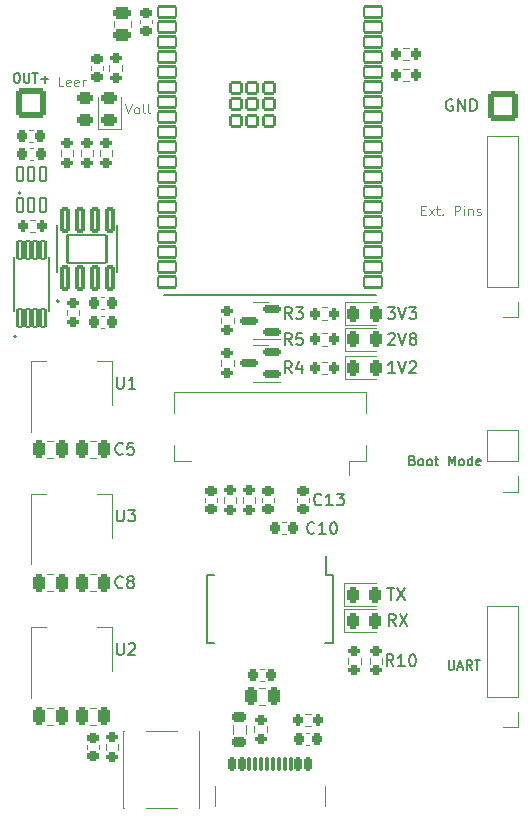
<source format=gto>
G04 #@! TF.GenerationSoftware,KiCad,Pcbnew,7.0.9*
G04 #@! TF.CreationDate,2024-01-11T22:43:50+01:00*
G04 #@! TF.ProjectId,CameraV1,43616d65-7261-4563-912e-6b696361645f,rev?*
G04 #@! TF.SameCoordinates,Original*
G04 #@! TF.FileFunction,Legend,Top*
G04 #@! TF.FilePolarity,Positive*
%FSLAX46Y46*%
G04 Gerber Fmt 4.6, Leading zero omitted, Abs format (unit mm)*
G04 Created by KiCad (PCBNEW 7.0.9) date 2024-01-11 22:43:50*
%MOMM*%
%LPD*%
G01*
G04 APERTURE LIST*
G04 Aperture macros list*
%AMRoundRect*
0 Rectangle with rounded corners*
0 $1 Rounding radius*
0 $2 $3 $4 $5 $6 $7 $8 $9 X,Y pos of 4 corners*
0 Add a 4 corners polygon primitive as box body*
4,1,4,$2,$3,$4,$5,$6,$7,$8,$9,$2,$3,0*
0 Add four circle primitives for the rounded corners*
1,1,$1+$1,$2,$3*
1,1,$1+$1,$4,$5*
1,1,$1+$1,$6,$7*
1,1,$1+$1,$8,$9*
0 Add four rect primitives between the rounded corners*
20,1,$1+$1,$2,$3,$4,$5,0*
20,1,$1+$1,$4,$5,$6,$7,0*
20,1,$1+$1,$6,$7,$8,$9,0*
20,1,$1+$1,$8,$9,$2,$3,0*%
G04 Aperture macros list end*
%ADD10C,0.150000*%
%ADD11C,0.125000*%
%ADD12C,0.120000*%
%ADD13C,0.127000*%
%ADD14C,0.200000*%
%ADD15RoundRect,0.225000X-0.250000X0.225000X-0.250000X-0.225000X0.250000X-0.225000X0.250000X0.225000X0*%
%ADD16RoundRect,0.225000X0.225000X0.250000X-0.225000X0.250000X-0.225000X-0.250000X0.225000X-0.250000X0*%
%ADD17RoundRect,0.225000X-0.225000X-0.250000X0.225000X-0.250000X0.225000X0.250000X-0.225000X0.250000X0*%
%ADD18RoundRect,0.243750X-0.243750X-0.456250X0.243750X-0.456250X0.243750X0.456250X-0.243750X0.456250X0*%
%ADD19RoundRect,0.200000X-0.275000X0.200000X-0.275000X-0.200000X0.275000X-0.200000X0.275000X0.200000X0*%
%ADD20RoundRect,0.200000X0.275000X-0.200000X0.275000X0.200000X-0.275000X0.200000X-0.275000X-0.200000X0*%
%ADD21RoundRect,0.250000X-0.250000X-0.475000X0.250000X-0.475000X0.250000X0.475000X-0.250000X0.475000X0*%
%ADD22R,1.700000X1.700000*%
%ADD23O,1.700000X1.700000*%
%ADD24RoundRect,0.200000X-0.200000X-0.275000X0.200000X-0.275000X0.200000X0.275000X-0.200000X0.275000X0*%
%ADD25RoundRect,0.144000X0.258000X-0.943000X0.258000X0.943000X-0.258000X0.943000X-0.258000X-0.943000X0*%
%ADD26RoundRect,0.102000X1.651000X-1.206500X1.651000X1.206500X-1.651000X1.206500X-1.651000X-1.206500X0*%
%ADD27R,0.300000X1.300000*%
%ADD28R,1.800000X2.200000*%
%ADD29R,1.300000X1.550000*%
%ADD30R,1.500000X2.000000*%
%ADD31R,3.800000X2.000000*%
%ADD32RoundRect,0.122000X0.180000X-0.760000X0.180000X0.760000X-0.180000X0.760000X-0.180000X-0.760000X0*%
%ADD33RoundRect,0.150000X0.587500X0.150000X-0.587500X0.150000X-0.587500X-0.150000X0.587500X-0.150000X0*%
%ADD34RoundRect,0.102000X-0.275000X-0.600000X0.275000X-0.600000X0.275000X0.600000X-0.275000X0.600000X0*%
%ADD35RoundRect,0.218750X0.381250X-0.218750X0.381250X0.218750X-0.381250X0.218750X-0.381250X-0.218750X0*%
%ADD36C,2.900000*%
%ADD37C,5.000000*%
%ADD38RoundRect,0.250000X0.250000X0.475000X-0.250000X0.475000X-0.250000X-0.475000X0.250000X-0.475000X0*%
%ADD39RoundRect,0.150000X-0.150000X-0.425000X0.150000X-0.425000X0.150000X0.425000X-0.150000X0.425000X0*%
%ADD40RoundRect,0.075000X-0.075000X-0.500000X0.075000X-0.500000X0.075000X0.500000X-0.075000X0.500000X0*%
%ADD41O,1.000000X2.100000*%
%ADD42O,1.000000X1.800000*%
%ADD43RoundRect,0.225000X0.250000X-0.225000X0.250000X0.225000X-0.250000X0.225000X-0.250000X-0.225000X0*%
%ADD44R,0.450000X1.750000*%
%ADD45RoundRect,0.249999X-1.025001X-1.025001X1.025001X-1.025001X1.025001X1.025001X-1.025001X1.025001X0*%
%ADD46RoundRect,0.200000X0.200000X0.275000X-0.200000X0.275000X-0.200000X-0.275000X0.200000X-0.275000X0*%
%ADD47RoundRect,0.250000X0.475000X-0.250000X0.475000X0.250000X-0.475000X0.250000X-0.475000X-0.250000X0*%
%ADD48RoundRect,0.243750X0.456250X-0.243750X0.456250X0.243750X-0.456250X0.243750X-0.456250X-0.243750X0*%
%ADD49RoundRect,0.102000X-0.750000X-0.450000X0.750000X-0.450000X0.750000X0.450000X-0.750000X0.450000X0*%
%ADD50RoundRect,0.102000X-0.450000X-0.450000X0.450000X-0.450000X0.450000X0.450000X-0.450000X0.450000X0*%
G04 APERTURE END LIST*
D10*
X127833333Y-110454819D02*
X127500000Y-109978628D01*
X127261905Y-110454819D02*
X127261905Y-109454819D01*
X127261905Y-109454819D02*
X127642857Y-109454819D01*
X127642857Y-109454819D02*
X127738095Y-109502438D01*
X127738095Y-109502438D02*
X127785714Y-109550057D01*
X127785714Y-109550057D02*
X127833333Y-109645295D01*
X127833333Y-109645295D02*
X127833333Y-109788152D01*
X127833333Y-109788152D02*
X127785714Y-109883390D01*
X127785714Y-109883390D02*
X127738095Y-109931009D01*
X127738095Y-109931009D02*
X127642857Y-109978628D01*
X127642857Y-109978628D02*
X127261905Y-109978628D01*
X128166667Y-109454819D02*
X128833333Y-110454819D01*
X128833333Y-109454819D02*
X128166667Y-110454819D01*
X95679762Y-63662295D02*
X95832143Y-63662295D01*
X95832143Y-63662295D02*
X95908333Y-63700390D01*
X95908333Y-63700390D02*
X95984524Y-63776580D01*
X95984524Y-63776580D02*
X96022619Y-63928961D01*
X96022619Y-63928961D02*
X96022619Y-64195628D01*
X96022619Y-64195628D02*
X95984524Y-64348009D01*
X95984524Y-64348009D02*
X95908333Y-64424200D01*
X95908333Y-64424200D02*
X95832143Y-64462295D01*
X95832143Y-64462295D02*
X95679762Y-64462295D01*
X95679762Y-64462295D02*
X95603571Y-64424200D01*
X95603571Y-64424200D02*
X95527381Y-64348009D01*
X95527381Y-64348009D02*
X95489285Y-64195628D01*
X95489285Y-64195628D02*
X95489285Y-63928961D01*
X95489285Y-63928961D02*
X95527381Y-63776580D01*
X95527381Y-63776580D02*
X95603571Y-63700390D01*
X95603571Y-63700390D02*
X95679762Y-63662295D01*
X96365476Y-63662295D02*
X96365476Y-64309914D01*
X96365476Y-64309914D02*
X96403571Y-64386104D01*
X96403571Y-64386104D02*
X96441666Y-64424200D01*
X96441666Y-64424200D02*
X96517857Y-64462295D01*
X96517857Y-64462295D02*
X96670238Y-64462295D01*
X96670238Y-64462295D02*
X96746428Y-64424200D01*
X96746428Y-64424200D02*
X96784523Y-64386104D01*
X96784523Y-64386104D02*
X96822619Y-64309914D01*
X96822619Y-64309914D02*
X96822619Y-63662295D01*
X97089285Y-63662295D02*
X97546428Y-63662295D01*
X97317856Y-64462295D02*
X97317856Y-63662295D01*
X97813095Y-64157533D02*
X98422619Y-64157533D01*
X98117857Y-64462295D02*
X98117857Y-63852771D01*
X129276189Y-96443247D02*
X129390475Y-96481342D01*
X129390475Y-96481342D02*
X129428570Y-96519438D01*
X129428570Y-96519438D02*
X129466666Y-96595628D01*
X129466666Y-96595628D02*
X129466666Y-96709914D01*
X129466666Y-96709914D02*
X129428570Y-96786104D01*
X129428570Y-96786104D02*
X129390475Y-96824200D01*
X129390475Y-96824200D02*
X129314285Y-96862295D01*
X129314285Y-96862295D02*
X129009523Y-96862295D01*
X129009523Y-96862295D02*
X129009523Y-96062295D01*
X129009523Y-96062295D02*
X129276189Y-96062295D01*
X129276189Y-96062295D02*
X129352380Y-96100390D01*
X129352380Y-96100390D02*
X129390475Y-96138485D01*
X129390475Y-96138485D02*
X129428570Y-96214676D01*
X129428570Y-96214676D02*
X129428570Y-96290866D01*
X129428570Y-96290866D02*
X129390475Y-96367057D01*
X129390475Y-96367057D02*
X129352380Y-96405152D01*
X129352380Y-96405152D02*
X129276189Y-96443247D01*
X129276189Y-96443247D02*
X129009523Y-96443247D01*
X129923808Y-96862295D02*
X129847618Y-96824200D01*
X129847618Y-96824200D02*
X129809523Y-96786104D01*
X129809523Y-96786104D02*
X129771427Y-96709914D01*
X129771427Y-96709914D02*
X129771427Y-96481342D01*
X129771427Y-96481342D02*
X129809523Y-96405152D01*
X129809523Y-96405152D02*
X129847618Y-96367057D01*
X129847618Y-96367057D02*
X129923808Y-96328961D01*
X129923808Y-96328961D02*
X130038094Y-96328961D01*
X130038094Y-96328961D02*
X130114285Y-96367057D01*
X130114285Y-96367057D02*
X130152380Y-96405152D01*
X130152380Y-96405152D02*
X130190475Y-96481342D01*
X130190475Y-96481342D02*
X130190475Y-96709914D01*
X130190475Y-96709914D02*
X130152380Y-96786104D01*
X130152380Y-96786104D02*
X130114285Y-96824200D01*
X130114285Y-96824200D02*
X130038094Y-96862295D01*
X130038094Y-96862295D02*
X129923808Y-96862295D01*
X130647618Y-96862295D02*
X130571428Y-96824200D01*
X130571428Y-96824200D02*
X130533333Y-96786104D01*
X130533333Y-96786104D02*
X130495237Y-96709914D01*
X130495237Y-96709914D02*
X130495237Y-96481342D01*
X130495237Y-96481342D02*
X130533333Y-96405152D01*
X130533333Y-96405152D02*
X130571428Y-96367057D01*
X130571428Y-96367057D02*
X130647618Y-96328961D01*
X130647618Y-96328961D02*
X130761904Y-96328961D01*
X130761904Y-96328961D02*
X130838095Y-96367057D01*
X130838095Y-96367057D02*
X130876190Y-96405152D01*
X130876190Y-96405152D02*
X130914285Y-96481342D01*
X130914285Y-96481342D02*
X130914285Y-96709914D01*
X130914285Y-96709914D02*
X130876190Y-96786104D01*
X130876190Y-96786104D02*
X130838095Y-96824200D01*
X130838095Y-96824200D02*
X130761904Y-96862295D01*
X130761904Y-96862295D02*
X130647618Y-96862295D01*
X131142857Y-96328961D02*
X131447619Y-96328961D01*
X131257143Y-96062295D02*
X131257143Y-96748009D01*
X131257143Y-96748009D02*
X131295238Y-96824200D01*
X131295238Y-96824200D02*
X131371428Y-96862295D01*
X131371428Y-96862295D02*
X131447619Y-96862295D01*
X132323810Y-96862295D02*
X132323810Y-96062295D01*
X132323810Y-96062295D02*
X132590476Y-96633723D01*
X132590476Y-96633723D02*
X132857143Y-96062295D01*
X132857143Y-96062295D02*
X132857143Y-96862295D01*
X133352381Y-96862295D02*
X133276191Y-96824200D01*
X133276191Y-96824200D02*
X133238096Y-96786104D01*
X133238096Y-96786104D02*
X133200000Y-96709914D01*
X133200000Y-96709914D02*
X133200000Y-96481342D01*
X133200000Y-96481342D02*
X133238096Y-96405152D01*
X133238096Y-96405152D02*
X133276191Y-96367057D01*
X133276191Y-96367057D02*
X133352381Y-96328961D01*
X133352381Y-96328961D02*
X133466667Y-96328961D01*
X133466667Y-96328961D02*
X133542858Y-96367057D01*
X133542858Y-96367057D02*
X133580953Y-96405152D01*
X133580953Y-96405152D02*
X133619048Y-96481342D01*
X133619048Y-96481342D02*
X133619048Y-96709914D01*
X133619048Y-96709914D02*
X133580953Y-96786104D01*
X133580953Y-96786104D02*
X133542858Y-96824200D01*
X133542858Y-96824200D02*
X133466667Y-96862295D01*
X133466667Y-96862295D02*
X133352381Y-96862295D01*
X134304763Y-96862295D02*
X134304763Y-96062295D01*
X134304763Y-96824200D02*
X134228572Y-96862295D01*
X134228572Y-96862295D02*
X134076191Y-96862295D01*
X134076191Y-96862295D02*
X134000001Y-96824200D01*
X134000001Y-96824200D02*
X133961906Y-96786104D01*
X133961906Y-96786104D02*
X133923810Y-96709914D01*
X133923810Y-96709914D02*
X133923810Y-96481342D01*
X133923810Y-96481342D02*
X133961906Y-96405152D01*
X133961906Y-96405152D02*
X134000001Y-96367057D01*
X134000001Y-96367057D02*
X134076191Y-96328961D01*
X134076191Y-96328961D02*
X134228572Y-96328961D01*
X134228572Y-96328961D02*
X134304763Y-96367057D01*
X134990478Y-96824200D02*
X134914287Y-96862295D01*
X134914287Y-96862295D02*
X134761906Y-96862295D01*
X134761906Y-96862295D02*
X134685716Y-96824200D01*
X134685716Y-96824200D02*
X134647620Y-96748009D01*
X134647620Y-96748009D02*
X134647620Y-96443247D01*
X134647620Y-96443247D02*
X134685716Y-96367057D01*
X134685716Y-96367057D02*
X134761906Y-96328961D01*
X134761906Y-96328961D02*
X134914287Y-96328961D01*
X134914287Y-96328961D02*
X134990478Y-96367057D01*
X134990478Y-96367057D02*
X135028573Y-96443247D01*
X135028573Y-96443247D02*
X135028573Y-96519438D01*
X135028573Y-96519438D02*
X134647620Y-96595628D01*
X119033333Y-86654819D02*
X118700000Y-86178628D01*
X118461905Y-86654819D02*
X118461905Y-85654819D01*
X118461905Y-85654819D02*
X118842857Y-85654819D01*
X118842857Y-85654819D02*
X118938095Y-85702438D01*
X118938095Y-85702438D02*
X118985714Y-85750057D01*
X118985714Y-85750057D02*
X119033333Y-85845295D01*
X119033333Y-85845295D02*
X119033333Y-85988152D01*
X119033333Y-85988152D02*
X118985714Y-86083390D01*
X118985714Y-86083390D02*
X118938095Y-86131009D01*
X118938095Y-86131009D02*
X118842857Y-86178628D01*
X118842857Y-86178628D02*
X118461905Y-86178628D01*
X119938095Y-85654819D02*
X119461905Y-85654819D01*
X119461905Y-85654819D02*
X119414286Y-86131009D01*
X119414286Y-86131009D02*
X119461905Y-86083390D01*
X119461905Y-86083390D02*
X119557143Y-86035771D01*
X119557143Y-86035771D02*
X119795238Y-86035771D01*
X119795238Y-86035771D02*
X119890476Y-86083390D01*
X119890476Y-86083390D02*
X119938095Y-86131009D01*
X119938095Y-86131009D02*
X119985714Y-86226247D01*
X119985714Y-86226247D02*
X119985714Y-86464342D01*
X119985714Y-86464342D02*
X119938095Y-86559580D01*
X119938095Y-86559580D02*
X119890476Y-86607200D01*
X119890476Y-86607200D02*
X119795238Y-86654819D01*
X119795238Y-86654819D02*
X119557143Y-86654819D01*
X119557143Y-86654819D02*
X119461905Y-86607200D01*
X119461905Y-86607200D02*
X119414286Y-86559580D01*
X104238095Y-100604819D02*
X104238095Y-101414342D01*
X104238095Y-101414342D02*
X104285714Y-101509580D01*
X104285714Y-101509580D02*
X104333333Y-101557200D01*
X104333333Y-101557200D02*
X104428571Y-101604819D01*
X104428571Y-101604819D02*
X104619047Y-101604819D01*
X104619047Y-101604819D02*
X104714285Y-101557200D01*
X104714285Y-101557200D02*
X104761904Y-101509580D01*
X104761904Y-101509580D02*
X104809523Y-101414342D01*
X104809523Y-101414342D02*
X104809523Y-100604819D01*
X105190476Y-100604819D02*
X105809523Y-100604819D01*
X105809523Y-100604819D02*
X105476190Y-100985771D01*
X105476190Y-100985771D02*
X105619047Y-100985771D01*
X105619047Y-100985771D02*
X105714285Y-101033390D01*
X105714285Y-101033390D02*
X105761904Y-101081009D01*
X105761904Y-101081009D02*
X105809523Y-101176247D01*
X105809523Y-101176247D02*
X105809523Y-101414342D01*
X105809523Y-101414342D02*
X105761904Y-101509580D01*
X105761904Y-101509580D02*
X105714285Y-101557200D01*
X105714285Y-101557200D02*
X105619047Y-101604819D01*
X105619047Y-101604819D02*
X105333333Y-101604819D01*
X105333333Y-101604819D02*
X105238095Y-101557200D01*
X105238095Y-101557200D02*
X105190476Y-101509580D01*
X132323810Y-113362295D02*
X132323810Y-114009914D01*
X132323810Y-114009914D02*
X132361905Y-114086104D01*
X132361905Y-114086104D02*
X132400000Y-114124200D01*
X132400000Y-114124200D02*
X132476191Y-114162295D01*
X132476191Y-114162295D02*
X132628572Y-114162295D01*
X132628572Y-114162295D02*
X132704762Y-114124200D01*
X132704762Y-114124200D02*
X132742857Y-114086104D01*
X132742857Y-114086104D02*
X132780953Y-114009914D01*
X132780953Y-114009914D02*
X132780953Y-113362295D01*
X133123809Y-113933723D02*
X133504762Y-113933723D01*
X133047619Y-114162295D02*
X133314286Y-113362295D01*
X133314286Y-113362295D02*
X133580952Y-114162295D01*
X134304762Y-114162295D02*
X134038095Y-113781342D01*
X133847619Y-114162295D02*
X133847619Y-113362295D01*
X133847619Y-113362295D02*
X134152381Y-113362295D01*
X134152381Y-113362295D02*
X134228571Y-113400390D01*
X134228571Y-113400390D02*
X134266666Y-113438485D01*
X134266666Y-113438485D02*
X134304762Y-113514676D01*
X134304762Y-113514676D02*
X134304762Y-113628961D01*
X134304762Y-113628961D02*
X134266666Y-113705152D01*
X134266666Y-113705152D02*
X134228571Y-113743247D01*
X134228571Y-113743247D02*
X134152381Y-113781342D01*
X134152381Y-113781342D02*
X133847619Y-113781342D01*
X134533333Y-113362295D02*
X134990476Y-113362295D01*
X134761904Y-114162295D02*
X134761904Y-113362295D01*
X119033333Y-84454819D02*
X118700000Y-83978628D01*
X118461905Y-84454819D02*
X118461905Y-83454819D01*
X118461905Y-83454819D02*
X118842857Y-83454819D01*
X118842857Y-83454819D02*
X118938095Y-83502438D01*
X118938095Y-83502438D02*
X118985714Y-83550057D01*
X118985714Y-83550057D02*
X119033333Y-83645295D01*
X119033333Y-83645295D02*
X119033333Y-83788152D01*
X119033333Y-83788152D02*
X118985714Y-83883390D01*
X118985714Y-83883390D02*
X118938095Y-83931009D01*
X118938095Y-83931009D02*
X118842857Y-83978628D01*
X118842857Y-83978628D02*
X118461905Y-83978628D01*
X119366667Y-83454819D02*
X119985714Y-83454819D01*
X119985714Y-83454819D02*
X119652381Y-83835771D01*
X119652381Y-83835771D02*
X119795238Y-83835771D01*
X119795238Y-83835771D02*
X119890476Y-83883390D01*
X119890476Y-83883390D02*
X119938095Y-83931009D01*
X119938095Y-83931009D02*
X119985714Y-84026247D01*
X119985714Y-84026247D02*
X119985714Y-84264342D01*
X119985714Y-84264342D02*
X119938095Y-84359580D01*
X119938095Y-84359580D02*
X119890476Y-84407200D01*
X119890476Y-84407200D02*
X119795238Y-84454819D01*
X119795238Y-84454819D02*
X119509524Y-84454819D01*
X119509524Y-84454819D02*
X119414286Y-84407200D01*
X119414286Y-84407200D02*
X119366667Y-84359580D01*
X104238095Y-111904819D02*
X104238095Y-112714342D01*
X104238095Y-112714342D02*
X104285714Y-112809580D01*
X104285714Y-112809580D02*
X104333333Y-112857200D01*
X104333333Y-112857200D02*
X104428571Y-112904819D01*
X104428571Y-112904819D02*
X104619047Y-112904819D01*
X104619047Y-112904819D02*
X104714285Y-112857200D01*
X104714285Y-112857200D02*
X104761904Y-112809580D01*
X104761904Y-112809580D02*
X104809523Y-112714342D01*
X104809523Y-112714342D02*
X104809523Y-111904819D01*
X105238095Y-112000057D02*
X105285714Y-111952438D01*
X105285714Y-111952438D02*
X105380952Y-111904819D01*
X105380952Y-111904819D02*
X105619047Y-111904819D01*
X105619047Y-111904819D02*
X105714285Y-111952438D01*
X105714285Y-111952438D02*
X105761904Y-112000057D01*
X105761904Y-112000057D02*
X105809523Y-112095295D01*
X105809523Y-112095295D02*
X105809523Y-112190533D01*
X105809523Y-112190533D02*
X105761904Y-112333390D01*
X105761904Y-112333390D02*
X105190476Y-112904819D01*
X105190476Y-112904819D02*
X105809523Y-112904819D01*
X127161905Y-83454819D02*
X127780952Y-83454819D01*
X127780952Y-83454819D02*
X127447619Y-83835771D01*
X127447619Y-83835771D02*
X127590476Y-83835771D01*
X127590476Y-83835771D02*
X127685714Y-83883390D01*
X127685714Y-83883390D02*
X127733333Y-83931009D01*
X127733333Y-83931009D02*
X127780952Y-84026247D01*
X127780952Y-84026247D02*
X127780952Y-84264342D01*
X127780952Y-84264342D02*
X127733333Y-84359580D01*
X127733333Y-84359580D02*
X127685714Y-84407200D01*
X127685714Y-84407200D02*
X127590476Y-84454819D01*
X127590476Y-84454819D02*
X127304762Y-84454819D01*
X127304762Y-84454819D02*
X127209524Y-84407200D01*
X127209524Y-84407200D02*
X127161905Y-84359580D01*
X128066667Y-83454819D02*
X128400000Y-84454819D01*
X128400000Y-84454819D02*
X128733333Y-83454819D01*
X128971429Y-83454819D02*
X129590476Y-83454819D01*
X129590476Y-83454819D02*
X129257143Y-83835771D01*
X129257143Y-83835771D02*
X129400000Y-83835771D01*
X129400000Y-83835771D02*
X129495238Y-83883390D01*
X129495238Y-83883390D02*
X129542857Y-83931009D01*
X129542857Y-83931009D02*
X129590476Y-84026247D01*
X129590476Y-84026247D02*
X129590476Y-84264342D01*
X129590476Y-84264342D02*
X129542857Y-84359580D01*
X129542857Y-84359580D02*
X129495238Y-84407200D01*
X129495238Y-84407200D02*
X129400000Y-84454819D01*
X129400000Y-84454819D02*
X129114286Y-84454819D01*
X129114286Y-84454819D02*
X129019048Y-84407200D01*
X129019048Y-84407200D02*
X128971429Y-84359580D01*
X104733333Y-107159580D02*
X104685714Y-107207200D01*
X104685714Y-107207200D02*
X104542857Y-107254819D01*
X104542857Y-107254819D02*
X104447619Y-107254819D01*
X104447619Y-107254819D02*
X104304762Y-107207200D01*
X104304762Y-107207200D02*
X104209524Y-107111961D01*
X104209524Y-107111961D02*
X104161905Y-107016723D01*
X104161905Y-107016723D02*
X104114286Y-106826247D01*
X104114286Y-106826247D02*
X104114286Y-106683390D01*
X104114286Y-106683390D02*
X104161905Y-106492914D01*
X104161905Y-106492914D02*
X104209524Y-106397676D01*
X104209524Y-106397676D02*
X104304762Y-106302438D01*
X104304762Y-106302438D02*
X104447619Y-106254819D01*
X104447619Y-106254819D02*
X104542857Y-106254819D01*
X104542857Y-106254819D02*
X104685714Y-106302438D01*
X104685714Y-106302438D02*
X104733333Y-106350057D01*
X105304762Y-106683390D02*
X105209524Y-106635771D01*
X105209524Y-106635771D02*
X105161905Y-106588152D01*
X105161905Y-106588152D02*
X105114286Y-106492914D01*
X105114286Y-106492914D02*
X105114286Y-106445295D01*
X105114286Y-106445295D02*
X105161905Y-106350057D01*
X105161905Y-106350057D02*
X105209524Y-106302438D01*
X105209524Y-106302438D02*
X105304762Y-106254819D01*
X105304762Y-106254819D02*
X105495238Y-106254819D01*
X105495238Y-106254819D02*
X105590476Y-106302438D01*
X105590476Y-106302438D02*
X105638095Y-106350057D01*
X105638095Y-106350057D02*
X105685714Y-106445295D01*
X105685714Y-106445295D02*
X105685714Y-106492914D01*
X105685714Y-106492914D02*
X105638095Y-106588152D01*
X105638095Y-106588152D02*
X105590476Y-106635771D01*
X105590476Y-106635771D02*
X105495238Y-106683390D01*
X105495238Y-106683390D02*
X105304762Y-106683390D01*
X105304762Y-106683390D02*
X105209524Y-106731009D01*
X105209524Y-106731009D02*
X105161905Y-106778628D01*
X105161905Y-106778628D02*
X105114286Y-106873866D01*
X105114286Y-106873866D02*
X105114286Y-107064342D01*
X105114286Y-107064342D02*
X105161905Y-107159580D01*
X105161905Y-107159580D02*
X105209524Y-107207200D01*
X105209524Y-107207200D02*
X105304762Y-107254819D01*
X105304762Y-107254819D02*
X105495238Y-107254819D01*
X105495238Y-107254819D02*
X105590476Y-107207200D01*
X105590476Y-107207200D02*
X105638095Y-107159580D01*
X105638095Y-107159580D02*
X105685714Y-107064342D01*
X105685714Y-107064342D02*
X105685714Y-106873866D01*
X105685714Y-106873866D02*
X105638095Y-106778628D01*
X105638095Y-106778628D02*
X105590476Y-106731009D01*
X105590476Y-106731009D02*
X105495238Y-106683390D01*
X127138095Y-107254819D02*
X127709523Y-107254819D01*
X127423809Y-108254819D02*
X127423809Y-107254819D01*
X127947619Y-107254819D02*
X128614285Y-108254819D01*
X128614285Y-107254819D02*
X127947619Y-108254819D01*
X127780952Y-89054819D02*
X127209524Y-89054819D01*
X127495238Y-89054819D02*
X127495238Y-88054819D01*
X127495238Y-88054819D02*
X127400000Y-88197676D01*
X127400000Y-88197676D02*
X127304762Y-88292914D01*
X127304762Y-88292914D02*
X127209524Y-88340533D01*
X128066667Y-88054819D02*
X128400000Y-89054819D01*
X128400000Y-89054819D02*
X128733333Y-88054819D01*
X129019048Y-88150057D02*
X129066667Y-88102438D01*
X129066667Y-88102438D02*
X129161905Y-88054819D01*
X129161905Y-88054819D02*
X129400000Y-88054819D01*
X129400000Y-88054819D02*
X129495238Y-88102438D01*
X129495238Y-88102438D02*
X129542857Y-88150057D01*
X129542857Y-88150057D02*
X129590476Y-88245295D01*
X129590476Y-88245295D02*
X129590476Y-88340533D01*
X129590476Y-88340533D02*
X129542857Y-88483390D01*
X129542857Y-88483390D02*
X128971429Y-89054819D01*
X128971429Y-89054819D02*
X129590476Y-89054819D01*
D11*
X130004762Y-75244547D02*
X130271428Y-75244547D01*
X130385714Y-75663595D02*
X130004762Y-75663595D01*
X130004762Y-75663595D02*
X130004762Y-74863595D01*
X130004762Y-74863595D02*
X130385714Y-74863595D01*
X130652381Y-75663595D02*
X131071429Y-75130261D01*
X130652381Y-75130261D02*
X131071429Y-75663595D01*
X131261905Y-75130261D02*
X131566667Y-75130261D01*
X131376191Y-74863595D02*
X131376191Y-75549309D01*
X131376191Y-75549309D02*
X131414286Y-75625500D01*
X131414286Y-75625500D02*
X131490476Y-75663595D01*
X131490476Y-75663595D02*
X131566667Y-75663595D01*
X131833334Y-75587404D02*
X131871429Y-75625500D01*
X131871429Y-75625500D02*
X131833334Y-75663595D01*
X131833334Y-75663595D02*
X131795238Y-75625500D01*
X131795238Y-75625500D02*
X131833334Y-75587404D01*
X131833334Y-75587404D02*
X131833334Y-75663595D01*
X132823810Y-75663595D02*
X132823810Y-74863595D01*
X132823810Y-74863595D02*
X133128572Y-74863595D01*
X133128572Y-74863595D02*
X133204762Y-74901690D01*
X133204762Y-74901690D02*
X133242857Y-74939785D01*
X133242857Y-74939785D02*
X133280953Y-75015976D01*
X133280953Y-75015976D02*
X133280953Y-75130261D01*
X133280953Y-75130261D02*
X133242857Y-75206452D01*
X133242857Y-75206452D02*
X133204762Y-75244547D01*
X133204762Y-75244547D02*
X133128572Y-75282642D01*
X133128572Y-75282642D02*
X132823810Y-75282642D01*
X133623810Y-75663595D02*
X133623810Y-75130261D01*
X133623810Y-74863595D02*
X133585714Y-74901690D01*
X133585714Y-74901690D02*
X133623810Y-74939785D01*
X133623810Y-74939785D02*
X133661905Y-74901690D01*
X133661905Y-74901690D02*
X133623810Y-74863595D01*
X133623810Y-74863595D02*
X133623810Y-74939785D01*
X134004762Y-75130261D02*
X134004762Y-75663595D01*
X134004762Y-75206452D02*
X134042857Y-75168357D01*
X134042857Y-75168357D02*
X134119047Y-75130261D01*
X134119047Y-75130261D02*
X134233333Y-75130261D01*
X134233333Y-75130261D02*
X134309524Y-75168357D01*
X134309524Y-75168357D02*
X134347619Y-75244547D01*
X134347619Y-75244547D02*
X134347619Y-75663595D01*
X134690476Y-75625500D02*
X134766667Y-75663595D01*
X134766667Y-75663595D02*
X134919048Y-75663595D01*
X134919048Y-75663595D02*
X134995238Y-75625500D01*
X134995238Y-75625500D02*
X135033334Y-75549309D01*
X135033334Y-75549309D02*
X135033334Y-75511214D01*
X135033334Y-75511214D02*
X134995238Y-75435023D01*
X134995238Y-75435023D02*
X134919048Y-75396928D01*
X134919048Y-75396928D02*
X134804762Y-75396928D01*
X134804762Y-75396928D02*
X134728572Y-75358833D01*
X134728572Y-75358833D02*
X134690476Y-75282642D01*
X134690476Y-75282642D02*
X134690476Y-75244547D01*
X134690476Y-75244547D02*
X134728572Y-75168357D01*
X134728572Y-75168357D02*
X134804762Y-75130261D01*
X134804762Y-75130261D02*
X134919048Y-75130261D01*
X134919048Y-75130261D02*
X134995238Y-75168357D01*
D10*
X119033333Y-89054819D02*
X118700000Y-88578628D01*
X118461905Y-89054819D02*
X118461905Y-88054819D01*
X118461905Y-88054819D02*
X118842857Y-88054819D01*
X118842857Y-88054819D02*
X118938095Y-88102438D01*
X118938095Y-88102438D02*
X118985714Y-88150057D01*
X118985714Y-88150057D02*
X119033333Y-88245295D01*
X119033333Y-88245295D02*
X119033333Y-88388152D01*
X119033333Y-88388152D02*
X118985714Y-88483390D01*
X118985714Y-88483390D02*
X118938095Y-88531009D01*
X118938095Y-88531009D02*
X118842857Y-88578628D01*
X118842857Y-88578628D02*
X118461905Y-88578628D01*
X119890476Y-88388152D02*
X119890476Y-89054819D01*
X119652381Y-88007200D02*
X119414286Y-88721485D01*
X119414286Y-88721485D02*
X120033333Y-88721485D01*
X132638095Y-65902438D02*
X132542857Y-65854819D01*
X132542857Y-65854819D02*
X132400000Y-65854819D01*
X132400000Y-65854819D02*
X132257143Y-65902438D01*
X132257143Y-65902438D02*
X132161905Y-65997676D01*
X132161905Y-65997676D02*
X132114286Y-66092914D01*
X132114286Y-66092914D02*
X132066667Y-66283390D01*
X132066667Y-66283390D02*
X132066667Y-66426247D01*
X132066667Y-66426247D02*
X132114286Y-66616723D01*
X132114286Y-66616723D02*
X132161905Y-66711961D01*
X132161905Y-66711961D02*
X132257143Y-66807200D01*
X132257143Y-66807200D02*
X132400000Y-66854819D01*
X132400000Y-66854819D02*
X132495238Y-66854819D01*
X132495238Y-66854819D02*
X132638095Y-66807200D01*
X132638095Y-66807200D02*
X132685714Y-66759580D01*
X132685714Y-66759580D02*
X132685714Y-66426247D01*
X132685714Y-66426247D02*
X132495238Y-66426247D01*
X133114286Y-66854819D02*
X133114286Y-65854819D01*
X133114286Y-65854819D02*
X133685714Y-66854819D01*
X133685714Y-66854819D02*
X133685714Y-65854819D01*
X134161905Y-66854819D02*
X134161905Y-65854819D01*
X134161905Y-65854819D02*
X134400000Y-65854819D01*
X134400000Y-65854819D02*
X134542857Y-65902438D01*
X134542857Y-65902438D02*
X134638095Y-65997676D01*
X134638095Y-65997676D02*
X134685714Y-66092914D01*
X134685714Y-66092914D02*
X134733333Y-66283390D01*
X134733333Y-66283390D02*
X134733333Y-66426247D01*
X134733333Y-66426247D02*
X134685714Y-66616723D01*
X134685714Y-66616723D02*
X134638095Y-66711961D01*
X134638095Y-66711961D02*
X134542857Y-66807200D01*
X134542857Y-66807200D02*
X134400000Y-66854819D01*
X134400000Y-66854819D02*
X134161905Y-66854819D01*
X120957142Y-102559580D02*
X120909523Y-102607200D01*
X120909523Y-102607200D02*
X120766666Y-102654819D01*
X120766666Y-102654819D02*
X120671428Y-102654819D01*
X120671428Y-102654819D02*
X120528571Y-102607200D01*
X120528571Y-102607200D02*
X120433333Y-102511961D01*
X120433333Y-102511961D02*
X120385714Y-102416723D01*
X120385714Y-102416723D02*
X120338095Y-102226247D01*
X120338095Y-102226247D02*
X120338095Y-102083390D01*
X120338095Y-102083390D02*
X120385714Y-101892914D01*
X120385714Y-101892914D02*
X120433333Y-101797676D01*
X120433333Y-101797676D02*
X120528571Y-101702438D01*
X120528571Y-101702438D02*
X120671428Y-101654819D01*
X120671428Y-101654819D02*
X120766666Y-101654819D01*
X120766666Y-101654819D02*
X120909523Y-101702438D01*
X120909523Y-101702438D02*
X120957142Y-101750057D01*
X121909523Y-102654819D02*
X121338095Y-102654819D01*
X121623809Y-102654819D02*
X121623809Y-101654819D01*
X121623809Y-101654819D02*
X121528571Y-101797676D01*
X121528571Y-101797676D02*
X121433333Y-101892914D01*
X121433333Y-101892914D02*
X121338095Y-101940533D01*
X122528571Y-101654819D02*
X122623809Y-101654819D01*
X122623809Y-101654819D02*
X122719047Y-101702438D01*
X122719047Y-101702438D02*
X122766666Y-101750057D01*
X122766666Y-101750057D02*
X122814285Y-101845295D01*
X122814285Y-101845295D02*
X122861904Y-102035771D01*
X122861904Y-102035771D02*
X122861904Y-102273866D01*
X122861904Y-102273866D02*
X122814285Y-102464342D01*
X122814285Y-102464342D02*
X122766666Y-102559580D01*
X122766666Y-102559580D02*
X122719047Y-102607200D01*
X122719047Y-102607200D02*
X122623809Y-102654819D01*
X122623809Y-102654819D02*
X122528571Y-102654819D01*
X122528571Y-102654819D02*
X122433333Y-102607200D01*
X122433333Y-102607200D02*
X122385714Y-102559580D01*
X122385714Y-102559580D02*
X122338095Y-102464342D01*
X122338095Y-102464342D02*
X122290476Y-102273866D01*
X122290476Y-102273866D02*
X122290476Y-102035771D01*
X122290476Y-102035771D02*
X122338095Y-101845295D01*
X122338095Y-101845295D02*
X122385714Y-101750057D01*
X122385714Y-101750057D02*
X122433333Y-101702438D01*
X122433333Y-101702438D02*
X122528571Y-101654819D01*
X127657142Y-113854819D02*
X127323809Y-113378628D01*
X127085714Y-113854819D02*
X127085714Y-112854819D01*
X127085714Y-112854819D02*
X127466666Y-112854819D01*
X127466666Y-112854819D02*
X127561904Y-112902438D01*
X127561904Y-112902438D02*
X127609523Y-112950057D01*
X127609523Y-112950057D02*
X127657142Y-113045295D01*
X127657142Y-113045295D02*
X127657142Y-113188152D01*
X127657142Y-113188152D02*
X127609523Y-113283390D01*
X127609523Y-113283390D02*
X127561904Y-113331009D01*
X127561904Y-113331009D02*
X127466666Y-113378628D01*
X127466666Y-113378628D02*
X127085714Y-113378628D01*
X128609523Y-113854819D02*
X128038095Y-113854819D01*
X128323809Y-113854819D02*
X128323809Y-112854819D01*
X128323809Y-112854819D02*
X128228571Y-112997676D01*
X128228571Y-112997676D02*
X128133333Y-113092914D01*
X128133333Y-113092914D02*
X128038095Y-113140533D01*
X129228571Y-112854819D02*
X129323809Y-112854819D01*
X129323809Y-112854819D02*
X129419047Y-112902438D01*
X129419047Y-112902438D02*
X129466666Y-112950057D01*
X129466666Y-112950057D02*
X129514285Y-113045295D01*
X129514285Y-113045295D02*
X129561904Y-113235771D01*
X129561904Y-113235771D02*
X129561904Y-113473866D01*
X129561904Y-113473866D02*
X129514285Y-113664342D01*
X129514285Y-113664342D02*
X129466666Y-113759580D01*
X129466666Y-113759580D02*
X129419047Y-113807200D01*
X129419047Y-113807200D02*
X129323809Y-113854819D01*
X129323809Y-113854819D02*
X129228571Y-113854819D01*
X129228571Y-113854819D02*
X129133333Y-113807200D01*
X129133333Y-113807200D02*
X129085714Y-113759580D01*
X129085714Y-113759580D02*
X129038095Y-113664342D01*
X129038095Y-113664342D02*
X128990476Y-113473866D01*
X128990476Y-113473866D02*
X128990476Y-113235771D01*
X128990476Y-113235771D02*
X129038095Y-113045295D01*
X129038095Y-113045295D02*
X129085714Y-112950057D01*
X129085714Y-112950057D02*
X129133333Y-112902438D01*
X129133333Y-112902438D02*
X129228571Y-112854819D01*
X121557142Y-100159580D02*
X121509523Y-100207200D01*
X121509523Y-100207200D02*
X121366666Y-100254819D01*
X121366666Y-100254819D02*
X121271428Y-100254819D01*
X121271428Y-100254819D02*
X121128571Y-100207200D01*
X121128571Y-100207200D02*
X121033333Y-100111961D01*
X121033333Y-100111961D02*
X120985714Y-100016723D01*
X120985714Y-100016723D02*
X120938095Y-99826247D01*
X120938095Y-99826247D02*
X120938095Y-99683390D01*
X120938095Y-99683390D02*
X120985714Y-99492914D01*
X120985714Y-99492914D02*
X121033333Y-99397676D01*
X121033333Y-99397676D02*
X121128571Y-99302438D01*
X121128571Y-99302438D02*
X121271428Y-99254819D01*
X121271428Y-99254819D02*
X121366666Y-99254819D01*
X121366666Y-99254819D02*
X121509523Y-99302438D01*
X121509523Y-99302438D02*
X121557142Y-99350057D01*
X122509523Y-100254819D02*
X121938095Y-100254819D01*
X122223809Y-100254819D02*
X122223809Y-99254819D01*
X122223809Y-99254819D02*
X122128571Y-99397676D01*
X122128571Y-99397676D02*
X122033333Y-99492914D01*
X122033333Y-99492914D02*
X121938095Y-99540533D01*
X122842857Y-99254819D02*
X123461904Y-99254819D01*
X123461904Y-99254819D02*
X123128571Y-99635771D01*
X123128571Y-99635771D02*
X123271428Y-99635771D01*
X123271428Y-99635771D02*
X123366666Y-99683390D01*
X123366666Y-99683390D02*
X123414285Y-99731009D01*
X123414285Y-99731009D02*
X123461904Y-99826247D01*
X123461904Y-99826247D02*
X123461904Y-100064342D01*
X123461904Y-100064342D02*
X123414285Y-100159580D01*
X123414285Y-100159580D02*
X123366666Y-100207200D01*
X123366666Y-100207200D02*
X123271428Y-100254819D01*
X123271428Y-100254819D02*
X122985714Y-100254819D01*
X122985714Y-100254819D02*
X122890476Y-100207200D01*
X122890476Y-100207200D02*
X122842857Y-100159580D01*
X104733333Y-95859580D02*
X104685714Y-95907200D01*
X104685714Y-95907200D02*
X104542857Y-95954819D01*
X104542857Y-95954819D02*
X104447619Y-95954819D01*
X104447619Y-95954819D02*
X104304762Y-95907200D01*
X104304762Y-95907200D02*
X104209524Y-95811961D01*
X104209524Y-95811961D02*
X104161905Y-95716723D01*
X104161905Y-95716723D02*
X104114286Y-95526247D01*
X104114286Y-95526247D02*
X104114286Y-95383390D01*
X104114286Y-95383390D02*
X104161905Y-95192914D01*
X104161905Y-95192914D02*
X104209524Y-95097676D01*
X104209524Y-95097676D02*
X104304762Y-95002438D01*
X104304762Y-95002438D02*
X104447619Y-94954819D01*
X104447619Y-94954819D02*
X104542857Y-94954819D01*
X104542857Y-94954819D02*
X104685714Y-95002438D01*
X104685714Y-95002438D02*
X104733333Y-95050057D01*
X105638095Y-94954819D02*
X105161905Y-94954819D01*
X105161905Y-94954819D02*
X105114286Y-95431009D01*
X105114286Y-95431009D02*
X105161905Y-95383390D01*
X105161905Y-95383390D02*
X105257143Y-95335771D01*
X105257143Y-95335771D02*
X105495238Y-95335771D01*
X105495238Y-95335771D02*
X105590476Y-95383390D01*
X105590476Y-95383390D02*
X105638095Y-95431009D01*
X105638095Y-95431009D02*
X105685714Y-95526247D01*
X105685714Y-95526247D02*
X105685714Y-95764342D01*
X105685714Y-95764342D02*
X105638095Y-95859580D01*
X105638095Y-95859580D02*
X105590476Y-95907200D01*
X105590476Y-95907200D02*
X105495238Y-95954819D01*
X105495238Y-95954819D02*
X105257143Y-95954819D01*
X105257143Y-95954819D02*
X105161905Y-95907200D01*
X105161905Y-95907200D02*
X105114286Y-95859580D01*
X127209524Y-85750057D02*
X127257143Y-85702438D01*
X127257143Y-85702438D02*
X127352381Y-85654819D01*
X127352381Y-85654819D02*
X127590476Y-85654819D01*
X127590476Y-85654819D02*
X127685714Y-85702438D01*
X127685714Y-85702438D02*
X127733333Y-85750057D01*
X127733333Y-85750057D02*
X127780952Y-85845295D01*
X127780952Y-85845295D02*
X127780952Y-85940533D01*
X127780952Y-85940533D02*
X127733333Y-86083390D01*
X127733333Y-86083390D02*
X127161905Y-86654819D01*
X127161905Y-86654819D02*
X127780952Y-86654819D01*
X128066667Y-85654819D02*
X128400000Y-86654819D01*
X128400000Y-86654819D02*
X128733333Y-85654819D01*
X129209524Y-86083390D02*
X129114286Y-86035771D01*
X129114286Y-86035771D02*
X129066667Y-85988152D01*
X129066667Y-85988152D02*
X129019048Y-85892914D01*
X129019048Y-85892914D02*
X129019048Y-85845295D01*
X129019048Y-85845295D02*
X129066667Y-85750057D01*
X129066667Y-85750057D02*
X129114286Y-85702438D01*
X129114286Y-85702438D02*
X129209524Y-85654819D01*
X129209524Y-85654819D02*
X129400000Y-85654819D01*
X129400000Y-85654819D02*
X129495238Y-85702438D01*
X129495238Y-85702438D02*
X129542857Y-85750057D01*
X129542857Y-85750057D02*
X129590476Y-85845295D01*
X129590476Y-85845295D02*
X129590476Y-85892914D01*
X129590476Y-85892914D02*
X129542857Y-85988152D01*
X129542857Y-85988152D02*
X129495238Y-86035771D01*
X129495238Y-86035771D02*
X129400000Y-86083390D01*
X129400000Y-86083390D02*
X129209524Y-86083390D01*
X129209524Y-86083390D02*
X129114286Y-86131009D01*
X129114286Y-86131009D02*
X129066667Y-86178628D01*
X129066667Y-86178628D02*
X129019048Y-86273866D01*
X129019048Y-86273866D02*
X129019048Y-86464342D01*
X129019048Y-86464342D02*
X129066667Y-86559580D01*
X129066667Y-86559580D02*
X129114286Y-86607200D01*
X129114286Y-86607200D02*
X129209524Y-86654819D01*
X129209524Y-86654819D02*
X129400000Y-86654819D01*
X129400000Y-86654819D02*
X129495238Y-86607200D01*
X129495238Y-86607200D02*
X129542857Y-86559580D01*
X129542857Y-86559580D02*
X129590476Y-86464342D01*
X129590476Y-86464342D02*
X129590476Y-86273866D01*
X129590476Y-86273866D02*
X129542857Y-86178628D01*
X129542857Y-86178628D02*
X129495238Y-86131009D01*
X129495238Y-86131009D02*
X129400000Y-86083390D01*
X104238095Y-89354819D02*
X104238095Y-90164342D01*
X104238095Y-90164342D02*
X104285714Y-90259580D01*
X104285714Y-90259580D02*
X104333333Y-90307200D01*
X104333333Y-90307200D02*
X104428571Y-90354819D01*
X104428571Y-90354819D02*
X104619047Y-90354819D01*
X104619047Y-90354819D02*
X104714285Y-90307200D01*
X104714285Y-90307200D02*
X104761904Y-90259580D01*
X104761904Y-90259580D02*
X104809523Y-90164342D01*
X104809523Y-90164342D02*
X104809523Y-89354819D01*
X105809523Y-90354819D02*
X105238095Y-90354819D01*
X105523809Y-90354819D02*
X105523809Y-89354819D01*
X105523809Y-89354819D02*
X105428571Y-89497676D01*
X105428571Y-89497676D02*
X105333333Y-89592914D01*
X105333333Y-89592914D02*
X105238095Y-89640533D01*
D11*
X99714286Y-64763595D02*
X99333334Y-64763595D01*
X99333334Y-64763595D02*
X99333334Y-63963595D01*
X100285715Y-64725500D02*
X100209524Y-64763595D01*
X100209524Y-64763595D02*
X100057143Y-64763595D01*
X100057143Y-64763595D02*
X99980953Y-64725500D01*
X99980953Y-64725500D02*
X99942857Y-64649309D01*
X99942857Y-64649309D02*
X99942857Y-64344547D01*
X99942857Y-64344547D02*
X99980953Y-64268357D01*
X99980953Y-64268357D02*
X100057143Y-64230261D01*
X100057143Y-64230261D02*
X100209524Y-64230261D01*
X100209524Y-64230261D02*
X100285715Y-64268357D01*
X100285715Y-64268357D02*
X100323810Y-64344547D01*
X100323810Y-64344547D02*
X100323810Y-64420738D01*
X100323810Y-64420738D02*
X99942857Y-64496928D01*
X100971429Y-64725500D02*
X100895238Y-64763595D01*
X100895238Y-64763595D02*
X100742857Y-64763595D01*
X100742857Y-64763595D02*
X100666667Y-64725500D01*
X100666667Y-64725500D02*
X100628571Y-64649309D01*
X100628571Y-64649309D02*
X100628571Y-64344547D01*
X100628571Y-64344547D02*
X100666667Y-64268357D01*
X100666667Y-64268357D02*
X100742857Y-64230261D01*
X100742857Y-64230261D02*
X100895238Y-64230261D01*
X100895238Y-64230261D02*
X100971429Y-64268357D01*
X100971429Y-64268357D02*
X101009524Y-64344547D01*
X101009524Y-64344547D02*
X101009524Y-64420738D01*
X101009524Y-64420738D02*
X100628571Y-64496928D01*
X101352381Y-64763595D02*
X101352381Y-64230261D01*
X101352381Y-64382642D02*
X101390476Y-64306452D01*
X101390476Y-64306452D02*
X101428571Y-64268357D01*
X101428571Y-64268357D02*
X101504762Y-64230261D01*
X101504762Y-64230261D02*
X101580952Y-64230261D01*
X104952380Y-66263595D02*
X105219047Y-67063595D01*
X105219047Y-67063595D02*
X105485713Y-66263595D01*
X105866665Y-67063595D02*
X105790475Y-67025500D01*
X105790475Y-67025500D02*
X105752380Y-66987404D01*
X105752380Y-66987404D02*
X105714284Y-66911214D01*
X105714284Y-66911214D02*
X105714284Y-66682642D01*
X105714284Y-66682642D02*
X105752380Y-66606452D01*
X105752380Y-66606452D02*
X105790475Y-66568357D01*
X105790475Y-66568357D02*
X105866665Y-66530261D01*
X105866665Y-66530261D02*
X105980951Y-66530261D01*
X105980951Y-66530261D02*
X106057142Y-66568357D01*
X106057142Y-66568357D02*
X106095237Y-66606452D01*
X106095237Y-66606452D02*
X106133332Y-66682642D01*
X106133332Y-66682642D02*
X106133332Y-66911214D01*
X106133332Y-66911214D02*
X106095237Y-66987404D01*
X106095237Y-66987404D02*
X106057142Y-67025500D01*
X106057142Y-67025500D02*
X105980951Y-67063595D01*
X105980951Y-67063595D02*
X105866665Y-67063595D01*
X106590475Y-67063595D02*
X106514285Y-67025500D01*
X106514285Y-67025500D02*
X106476190Y-66949309D01*
X106476190Y-66949309D02*
X106476190Y-66263595D01*
X107009523Y-67063595D02*
X106933333Y-67025500D01*
X106933333Y-67025500D02*
X106895238Y-66949309D01*
X106895238Y-66949309D02*
X106895238Y-66263595D01*
D12*
X102710000Y-120559420D02*
X102710000Y-120840580D01*
X101690000Y-120559420D02*
X101690000Y-120840580D01*
X103175580Y-83610000D02*
X102894420Y-83610000D01*
X103175580Y-82590000D02*
X102894420Y-82590000D01*
X116384420Y-114090000D02*
X116665580Y-114090000D01*
X116384420Y-115110000D02*
X116665580Y-115110000D01*
X123465000Y-109040000D02*
X123465000Y-110960000D01*
X123465000Y-110960000D02*
X126150000Y-110960000D01*
X126150000Y-109040000D02*
X123465000Y-109040000D01*
X104322500Y-120462742D02*
X104322500Y-120937258D01*
X103277500Y-120462742D02*
X103277500Y-120937258D01*
X114122500Y-84362742D02*
X114122500Y-84837258D01*
X113077500Y-84362742D02*
X113077500Y-84837258D01*
X101177500Y-70662258D02*
X101177500Y-70187742D01*
X102222500Y-70662258D02*
X102222500Y-70187742D01*
X96834420Y-68490000D02*
X97115580Y-68490000D01*
X96834420Y-69510000D02*
X97115580Y-69510000D01*
X98338748Y-117365000D02*
X98861252Y-117365000D01*
X98338748Y-118835000D02*
X98861252Y-118835000D01*
X138230000Y-99105000D02*
X136900000Y-99105000D01*
X138230000Y-97775000D02*
X138230000Y-99105000D01*
X138230000Y-96505000D02*
X138230000Y-93905000D01*
X138230000Y-96505000D02*
X135570000Y-96505000D01*
X138230000Y-93905000D02*
X135570000Y-93905000D01*
X135570000Y-96505000D02*
X135570000Y-93905000D01*
X121562742Y-85677500D02*
X122037258Y-85677500D01*
X121562742Y-86722500D02*
X122037258Y-86722500D01*
D13*
X99185000Y-80525000D02*
X99185000Y-76525000D01*
X104285000Y-80525000D02*
X104285000Y-76525000D01*
D14*
X99330000Y-82970000D02*
G75*
G03*
X99330000Y-82970000I-100000J0D01*
G01*
D12*
X125350000Y-96450000D02*
X125350000Y-95110000D01*
X125350000Y-92390000D02*
X125350000Y-90650000D01*
X125350000Y-90650000D02*
X109050000Y-90650000D01*
X123860000Y-96450000D02*
X125350000Y-96450000D01*
X123860000Y-96450000D02*
X123860000Y-97650000D01*
X110540000Y-96450000D02*
X109050000Y-96450000D01*
X109050000Y-96450000D02*
X109050000Y-95110000D01*
X109050000Y-90650000D02*
X109050000Y-92390000D01*
X104770000Y-125830000D02*
X104770000Y-119370000D01*
X104800000Y-125830000D02*
X104770000Y-125830000D01*
X106700000Y-125830000D02*
X109300000Y-125830000D01*
X111230000Y-125830000D02*
X111200000Y-125830000D01*
X111230000Y-125830000D02*
X111230000Y-119370000D01*
X104770000Y-119370000D02*
X104800000Y-119370000D01*
X106700000Y-119370000D02*
X109300000Y-119370000D01*
X111230000Y-119370000D02*
X111200000Y-119370000D01*
X96990000Y-105250000D02*
X96990000Y-99240000D01*
X103810000Y-103000000D02*
X103810000Y-99240000D01*
X96990000Y-99240000D02*
X98250000Y-99240000D01*
X103810000Y-99240000D02*
X102550000Y-99240000D01*
D13*
X95485000Y-83750000D02*
X95485000Y-79250000D01*
X98515000Y-83750000D02*
X98515000Y-79250000D01*
D14*
X95725000Y-85940000D02*
G75*
G03*
X95725000Y-85940000I-100000J0D01*
G01*
D12*
X138230000Y-119030000D02*
X136900000Y-119030000D01*
X138230000Y-117700000D02*
X138230000Y-119030000D01*
X138230000Y-116430000D02*
X138230000Y-108750000D01*
X138230000Y-116430000D02*
X135570000Y-116430000D01*
X138230000Y-108750000D02*
X135570000Y-108750000D01*
X135570000Y-116430000D02*
X135570000Y-108750000D01*
X116400000Y-89760000D02*
X118075000Y-89760000D01*
X116400000Y-89760000D02*
X115750000Y-89760000D01*
X116400000Y-86640000D02*
X117050000Y-86640000D01*
X116400000Y-86640000D02*
X115750000Y-86640000D01*
X114877500Y-100037258D02*
X114877500Y-99562742D01*
X115922500Y-100037258D02*
X115922500Y-99562742D01*
X121562742Y-83477500D02*
X122037258Y-83477500D01*
X121562742Y-84522500D02*
X122037258Y-84522500D01*
D13*
X96100000Y-73800000D02*
G75*
G03*
X96100000Y-73800000I-100000J0D01*
G01*
D12*
X114040000Y-119599622D02*
X114040000Y-118800378D01*
X115160000Y-119599622D02*
X115160000Y-118800378D01*
X98338748Y-106065000D02*
X98861252Y-106065000D01*
X98338748Y-107535000D02*
X98861252Y-107535000D01*
X96990000Y-116550000D02*
X96990000Y-110540000D01*
X103810000Y-114300000D02*
X103810000Y-110540000D01*
X96990000Y-110540000D02*
X98250000Y-110540000D01*
X103810000Y-110540000D02*
X102550000Y-110540000D01*
X103175580Y-85210000D02*
X102894420Y-85210000D01*
X103175580Y-84190000D02*
X102894420Y-84190000D01*
X123515000Y-83040000D02*
X123515000Y-84960000D01*
X123515000Y-84960000D02*
X126200000Y-84960000D01*
X126200000Y-83040000D02*
X123515000Y-83040000D01*
X102461252Y-107535000D02*
X101938748Y-107535000D01*
X102461252Y-106065000D02*
X101938748Y-106065000D01*
X114122500Y-87962742D02*
X114122500Y-88437258D01*
X113077500Y-87962742D02*
X113077500Y-88437258D01*
X112530000Y-125680000D02*
X112530000Y-123980000D01*
X121870000Y-125680000D02*
X121870000Y-123980000D01*
X116490000Y-99940580D02*
X116490000Y-99659420D01*
X117510000Y-99940580D02*
X117510000Y-99659420D01*
X115877500Y-119437258D02*
X115877500Y-118962742D01*
X116922500Y-119437258D02*
X116922500Y-118962742D01*
X123465000Y-106840000D02*
X123465000Y-108760000D01*
X123465000Y-108760000D02*
X126150000Y-108760000D01*
X126150000Y-106840000D02*
X123465000Y-106840000D01*
X114322500Y-99562742D02*
X114322500Y-100037258D01*
X113277500Y-99562742D02*
X113277500Y-100037258D01*
X120187742Y-117877500D02*
X120662258Y-117877500D01*
X120187742Y-118922500D02*
X120662258Y-118922500D01*
X106190000Y-59440580D02*
X106190000Y-59159420D01*
X107210000Y-59440580D02*
X107210000Y-59159420D01*
X123515000Y-87640000D02*
X123515000Y-89560000D01*
X123515000Y-89560000D02*
X126200000Y-89560000D01*
X126200000Y-87640000D02*
X123515000Y-87640000D01*
X138230000Y-84330000D02*
X136900000Y-84330000D01*
X138230000Y-83000000D02*
X138230000Y-84330000D01*
X138230000Y-81730000D02*
X138230000Y-68970000D01*
X138230000Y-81730000D02*
X135570000Y-81730000D01*
X138230000Y-68970000D02*
X135570000Y-68970000D01*
X135570000Y-81730000D02*
X135570000Y-68970000D01*
X121562742Y-88077500D02*
X122037258Y-88077500D01*
X121562742Y-89122500D02*
X122037258Y-89122500D01*
D10*
X122500000Y-106125000D02*
X121925000Y-106125000D01*
X122500000Y-106125000D02*
X122500000Y-111875000D01*
X121925000Y-106125000D02*
X121925000Y-104525000D01*
X111850000Y-106125000D02*
X112500000Y-106125000D01*
X111850000Y-106125000D02*
X111850000Y-111875000D01*
X122500000Y-111875000D02*
X121850000Y-111875000D01*
X111850000Y-111875000D02*
X112500000Y-111875000D01*
D12*
X96859420Y-69990000D02*
X97140580Y-69990000D01*
X96859420Y-71010000D02*
X97140580Y-71010000D01*
X102777500Y-70662258D02*
X102777500Y-70187742D01*
X103822500Y-70662258D02*
X103822500Y-70187742D01*
X118540580Y-102710000D02*
X118259420Y-102710000D01*
X118540580Y-101690000D02*
X118259420Y-101690000D01*
X116288748Y-115665000D02*
X116811252Y-115665000D01*
X116288748Y-117135000D02*
X116811252Y-117135000D01*
X126672500Y-113162742D02*
X126672500Y-113637258D01*
X125627500Y-113162742D02*
X125627500Y-113637258D01*
X99477500Y-70637258D02*
X99477500Y-70162742D01*
X100522500Y-70637258D02*
X100522500Y-70162742D01*
X102015000Y-63365580D02*
X102015000Y-63084420D01*
X103035000Y-63365580D02*
X103035000Y-63084420D01*
X119490000Y-99940580D02*
X119490000Y-99659420D01*
X120510000Y-99940580D02*
X120510000Y-99659420D01*
X102461252Y-96235000D02*
X101938748Y-96235000D01*
X102461252Y-94765000D02*
X101938748Y-94765000D01*
X128937258Y-62552500D02*
X128462742Y-62552500D01*
X128937258Y-61507500D02*
X128462742Y-61507500D01*
X123515000Y-85240000D02*
X123515000Y-87160000D01*
X123515000Y-87160000D02*
X126200000Y-87160000D01*
X126200000Y-85240000D02*
X123515000Y-85240000D01*
X101057500Y-83662742D02*
X101057500Y-84137258D01*
X100012500Y-83662742D02*
X100012500Y-84137258D01*
X128937258Y-64322500D02*
X128462742Y-64322500D01*
X128937258Y-63277500D02*
X128462742Y-63277500D01*
X102461252Y-118835000D02*
X101938748Y-118835000D01*
X102461252Y-117365000D02*
X101938748Y-117365000D01*
X116400000Y-86160000D02*
X118075000Y-86160000D01*
X116400000Y-86160000D02*
X115750000Y-86160000D01*
X116400000Y-83040000D02*
X117050000Y-83040000D01*
X116400000Y-83040000D02*
X115750000Y-83040000D01*
X103965000Y-59761252D02*
X103965000Y-59238748D01*
X105435000Y-59761252D02*
X105435000Y-59238748D01*
X96990000Y-94000000D02*
X96990000Y-87990000D01*
X103810000Y-91750000D02*
X103810000Y-87990000D01*
X96990000Y-87990000D02*
X98250000Y-87990000D01*
X103810000Y-87990000D02*
X102550000Y-87990000D01*
X124872500Y-113162742D02*
X124872500Y-113637258D01*
X123827500Y-113162742D02*
X123827500Y-113637258D01*
X97337258Y-77122500D02*
X96862742Y-77122500D01*
X97337258Y-76077500D02*
X96862742Y-76077500D01*
X120259420Y-119490000D02*
X120540580Y-119490000D01*
X120259420Y-120510000D02*
X120540580Y-120510000D01*
X98338748Y-94765000D02*
X98861252Y-94765000D01*
X98338748Y-96235000D02*
X98861252Y-96235000D01*
X104647500Y-62962742D02*
X104647500Y-63437258D01*
X103602500Y-62962742D02*
X103602500Y-63437258D01*
X112710000Y-99659420D02*
X112710000Y-99940580D01*
X111690000Y-99659420D02*
X111690000Y-99940580D01*
X102640000Y-68385000D02*
X104560000Y-68385000D01*
X104560000Y-68385000D02*
X104560000Y-65700000D01*
X102640000Y-65700000D02*
X102640000Y-68385000D01*
D13*
X108200000Y-82450000D02*
X126200000Y-82450000D01*
%LPC*%
D15*
X102200000Y-119925000D03*
X102200000Y-121475000D03*
D16*
X103810000Y-83100000D03*
X102260000Y-83100000D03*
D17*
X115750000Y-114600000D03*
X117300000Y-114600000D03*
D18*
X124212500Y-110000000D03*
X126087500Y-110000000D03*
D19*
X103800000Y-119875000D03*
X103800000Y-121525000D03*
X113600000Y-83775000D03*
X113600000Y-85425000D03*
D20*
X101700000Y-71250000D03*
X101700000Y-69600000D03*
D17*
X96200000Y-69000000D03*
X97750000Y-69000000D03*
D21*
X97650000Y-118100000D03*
X99550000Y-118100000D03*
D22*
X136900000Y-97775000D03*
D23*
X136900000Y-95235000D03*
D24*
X120975000Y-86200000D03*
X122625000Y-86200000D03*
D25*
X99830000Y-81000000D03*
X101100000Y-81000000D03*
X102370000Y-81000000D03*
X103640000Y-81000000D03*
X103640000Y-76050000D03*
X102370000Y-76050000D03*
X101100000Y-76050000D03*
X99830000Y-76050000D03*
D26*
X101735000Y-78525000D03*
D27*
X123450000Y-97000000D03*
X122950000Y-97000000D03*
X122450000Y-97000000D03*
X121950000Y-97000000D03*
X121450000Y-97000000D03*
X120950000Y-97000000D03*
X120450000Y-97000000D03*
X119950000Y-97000000D03*
X119450000Y-97000000D03*
X118950000Y-97000000D03*
X118450000Y-97000000D03*
X117950000Y-97000000D03*
X117450000Y-97000000D03*
X116950000Y-97000000D03*
X116450000Y-97000000D03*
X115950000Y-97000000D03*
X115450000Y-97000000D03*
X114950000Y-97000000D03*
X114450000Y-97000000D03*
X113950000Y-97000000D03*
X113450000Y-97000000D03*
X112950000Y-97000000D03*
X112450000Y-97000000D03*
X111950000Y-97000000D03*
X111450000Y-97000000D03*
X110950000Y-97000000D03*
D28*
X125350000Y-93750000D03*
X109050000Y-93750000D03*
D29*
X105750000Y-126575000D03*
X105750000Y-118625000D03*
X110250000Y-126575000D03*
X110250000Y-118625000D03*
D30*
X98100000Y-104300000D03*
X100400000Y-104300000D03*
D31*
X100400000Y-98000000D03*
D30*
X102700000Y-104300000D03*
D32*
X96025000Y-84380000D03*
X96675000Y-84380000D03*
X97325000Y-84380000D03*
X97975000Y-84380000D03*
X97975000Y-78620000D03*
X97325000Y-78620000D03*
X96675000Y-78620000D03*
X96025000Y-78620000D03*
D22*
X136900000Y-117700000D03*
D23*
X136900000Y-115160000D03*
X136900000Y-112620000D03*
X136900000Y-110080000D03*
D33*
X117337500Y-89150000D03*
X117337500Y-87250000D03*
X115462500Y-88200000D03*
D20*
X115400000Y-100625000D03*
X115400000Y-98975000D03*
D24*
X120975000Y-84000000D03*
X122625000Y-84000000D03*
D34*
X96050000Y-74800000D03*
X97000000Y-74800000D03*
X97950000Y-74800000D03*
X97950000Y-72200000D03*
X97000000Y-72200000D03*
X96050000Y-72200000D03*
D35*
X114600000Y-120262500D03*
X114600000Y-118137500D03*
D21*
X97650000Y-106800000D03*
X99550000Y-106800000D03*
D36*
X99000000Y-61000000D03*
D37*
X99000000Y-61000000D03*
D30*
X98100000Y-115600000D03*
X100400000Y-115600000D03*
D31*
X100400000Y-109300000D03*
D30*
X102700000Y-115600000D03*
D16*
X103810000Y-84700000D03*
X102260000Y-84700000D03*
D18*
X124262500Y-84000000D03*
X126137500Y-84000000D03*
D38*
X103150000Y-106800000D03*
X101250000Y-106800000D03*
D19*
X113600000Y-87375000D03*
X113600000Y-89025000D03*
D39*
X114000000Y-122100000D03*
X114800000Y-122100000D03*
D40*
X115950000Y-122100000D03*
X116950000Y-122100000D03*
X117450000Y-122100000D03*
X118450000Y-122100000D03*
D39*
X119600000Y-122100000D03*
X120400000Y-122100000D03*
X120400000Y-122100000D03*
X119600000Y-122100000D03*
D40*
X118950000Y-122100000D03*
X117950000Y-122100000D03*
X116450000Y-122100000D03*
X115450000Y-122100000D03*
D39*
X114800000Y-122100000D03*
X114000000Y-122100000D03*
D41*
X112880000Y-122675000D03*
D42*
X112880000Y-126855000D03*
D41*
X121520000Y-122675000D03*
D42*
X121520000Y-126855000D03*
D43*
X117000000Y-100575000D03*
X117000000Y-99025000D03*
D20*
X116400000Y-120025000D03*
X116400000Y-118375000D03*
D18*
X124212500Y-107800000D03*
X126087500Y-107800000D03*
D19*
X113800000Y-98975000D03*
X113800000Y-100625000D03*
D24*
X119600000Y-118400000D03*
X121250000Y-118400000D03*
D43*
X106700000Y-60075000D03*
X106700000Y-58525000D03*
D18*
X124262500Y-88600000D03*
X126137500Y-88600000D03*
D22*
X136900000Y-83000000D03*
D23*
X136900000Y-80460000D03*
X136900000Y-77920000D03*
X136900000Y-75380000D03*
X136900000Y-72840000D03*
X136900000Y-70300000D03*
D24*
X120975000Y-88600000D03*
X122625000Y-88600000D03*
D44*
X121400000Y-105400000D03*
X120750000Y-105400000D03*
X120100000Y-105400000D03*
X119450000Y-105400000D03*
X118800000Y-105400000D03*
X118150000Y-105400000D03*
X117500000Y-105400000D03*
X116850000Y-105400000D03*
X116200000Y-105400000D03*
X115550000Y-105400000D03*
X114900000Y-105400000D03*
X114250000Y-105400000D03*
X113600000Y-105400000D03*
X112950000Y-105400000D03*
X112950000Y-112600000D03*
X113600000Y-112600000D03*
X114250000Y-112600000D03*
X114900000Y-112600000D03*
X115550000Y-112600000D03*
X116200000Y-112600000D03*
X116850000Y-112600000D03*
X117500000Y-112600000D03*
X118150000Y-112600000D03*
X118800000Y-112600000D03*
X119450000Y-112600000D03*
X120100000Y-112600000D03*
X120750000Y-112600000D03*
X121400000Y-112600000D03*
D45*
X136900000Y-66400000D03*
D17*
X96225000Y-70500000D03*
X97775000Y-70500000D03*
D20*
X103300000Y-71250000D03*
X103300000Y-69600000D03*
D16*
X119175000Y-102200000D03*
X117625000Y-102200000D03*
D21*
X115600000Y-116400000D03*
X117500000Y-116400000D03*
D36*
X135000000Y-126000000D03*
D37*
X135000000Y-126000000D03*
D36*
X135000000Y-61000000D03*
D37*
X135000000Y-61000000D03*
D19*
X126150000Y-112575000D03*
X126150000Y-114225000D03*
D45*
X97000000Y-66200000D03*
D20*
X100000000Y-71225000D03*
X100000000Y-69575000D03*
D43*
X102525000Y-64000000D03*
X102525000Y-62450000D03*
X120000000Y-100575000D03*
X120000000Y-99025000D03*
D38*
X103150000Y-95500000D03*
X101250000Y-95500000D03*
D46*
X129525000Y-62030000D03*
X127875000Y-62030000D03*
D18*
X124262500Y-86200000D03*
X126137500Y-86200000D03*
D36*
X99000000Y-126000000D03*
D37*
X99000000Y-126000000D03*
D19*
X100535000Y-83075000D03*
X100535000Y-84725000D03*
D46*
X129525000Y-63800000D03*
X127875000Y-63800000D03*
D38*
X103150000Y-118100000D03*
X101250000Y-118100000D03*
D33*
X117337500Y-85550000D03*
X117337500Y-83650000D03*
X115462500Y-84600000D03*
D47*
X104700000Y-60450000D03*
X104700000Y-58550000D03*
D30*
X98100000Y-93050000D03*
X100400000Y-93050000D03*
D31*
X100400000Y-86750000D03*
D30*
X102700000Y-93050000D03*
D19*
X124350000Y-112575000D03*
X124350000Y-114225000D03*
D46*
X97925000Y-76600000D03*
X96275000Y-76600000D03*
D17*
X119625000Y-120000000D03*
X121175000Y-120000000D03*
D48*
X101500000Y-67637500D03*
X101500000Y-65762500D03*
D21*
X97650000Y-95500000D03*
X99550000Y-95500000D03*
D19*
X104125000Y-62375000D03*
X104125000Y-64025000D03*
D15*
X112200000Y-99025000D03*
X112200000Y-100575000D03*
D48*
X103600000Y-67637500D03*
X103600000Y-65762500D03*
D49*
X108450000Y-58490000D03*
X108450000Y-59760000D03*
X108450000Y-61030000D03*
X108450000Y-62300000D03*
X108450000Y-63570000D03*
X108450000Y-64840000D03*
X108450000Y-66110000D03*
X108450000Y-67380000D03*
X108450000Y-68650000D03*
X108450000Y-69920000D03*
X108450000Y-71190000D03*
X108450000Y-72460000D03*
X108450000Y-73730000D03*
X108450000Y-75000000D03*
X108450000Y-76270000D03*
X108450000Y-77540000D03*
X108450000Y-78810000D03*
X108450000Y-80080000D03*
X108450000Y-81350000D03*
X125950000Y-81350000D03*
X125950000Y-80080000D03*
X125950000Y-78810000D03*
X125950000Y-77540000D03*
X125950000Y-76270000D03*
X125950000Y-75000000D03*
X125950000Y-73730000D03*
X125950000Y-72460000D03*
X125950000Y-71190000D03*
X125950000Y-69920000D03*
X125950000Y-68650000D03*
X125950000Y-67380000D03*
X125950000Y-66110000D03*
X125950000Y-64840000D03*
X125950000Y-63570000D03*
X125950000Y-62300000D03*
X125950000Y-61030000D03*
X125950000Y-59760000D03*
X125950000Y-58490000D03*
D50*
X114300000Y-64890000D03*
X115700000Y-64890000D03*
X117100000Y-64890000D03*
X114300000Y-66290000D03*
X115700000Y-66290000D03*
X117100000Y-66290000D03*
X114300000Y-67690000D03*
X115700000Y-67690000D03*
X117100000Y-67690000D03*
%LPD*%
M02*

</source>
